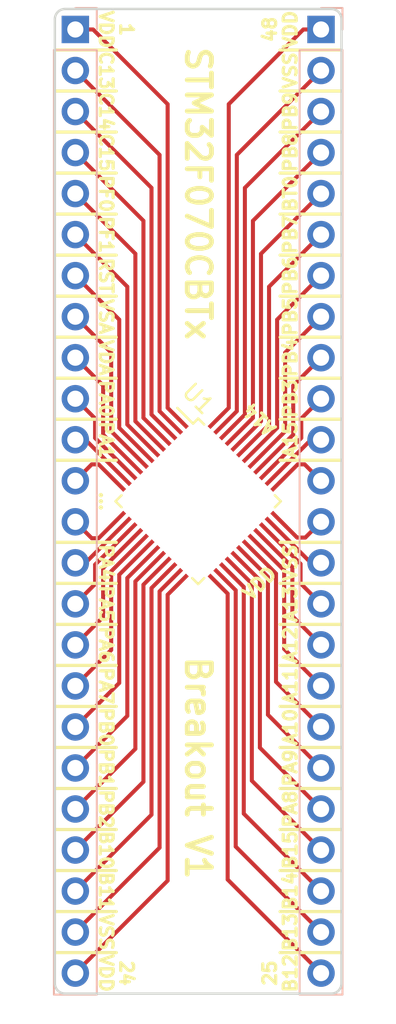
<source format=kicad_pcb>
(kicad_pcb (version 20221018) (generator pcbnew)
  (title_block (title "STM32F070CBTx Breakout") (date "2018-09-15") (rev "1") (company "Alex M."))
  (layers (0 "F.Cu" signal) (31 "B.Cu" signal) (34 "B.Paste" user) (35 "F.Paste" user) (36 "B.SilkS" user "B.Silkscreen") (37 "F.SilkS" user "F.Silkscreen") (38 "B.Mask" user) (39 "F.Mask" user) (44 "Edge.Cuts" user))
  (net 0 "")
  (net 1 "1")
  (net 2 "2")
  (net 3 "3")
  (net 4 "4")
  (net 5 "5")
  (net 6 "6")
  (net 7 "7")
  (net 8 "8")
  (net 9 "9")
  (net 10 "10")
  (net 11 "11")
  (net 12 "12")
  (net 13 "13")
  (net 14 "14")
  (net 15 "15")
  (net 16 "16")
  (net 17 "17")
  (net 18 "18")
  (net 19 "19")
  (net 20 "20")
  (net 21 "21")
  (net 22 "22")
  (net 23 "23")
  (net 24 "24")
  (net 25 "25")
  (net 26 "26")
  (net 27 "27")
  (net 28 "28")
  (net 29 "29")
  (net 30 "30")
  (net 31 "31")
  (net 32 "32")
  (net 33 "33")
  (net 34 "34")
  (net 35 "35")
  (net 36 "36")
  (net 37 "37")
  (net 38 "38")
  (net 39 "39")
  (net 40 "40")
  (net 41 "41")
  (net 42 "42")
  (net 43 "43")
  (net 44 "44")
  (net 45 "45")
  (net 46 "46")
  (net 47 "47")
  (net 48 "48")
  (footprint "Housings_QFP:LQFP-48_7x7mm_Pitch0.5mm" (layer "F.Cu") (at 137.16 102.87 -45)
    (fp_text reference "U1" (at -4.490128 -4.490128 315) (layer "F.SilkS"))
    (fp_text value "STM32F070CBTx")
    (fp_line (start -3.625 -3.625) (end -3.625 -3.175) (stroke (width 0.15)) (layer "F.SilkS"))
    (fp_line (start -3.625 -3.625) (end -3.1 -3.625) (stroke (width 0.15)) (layer "F.SilkS"))
    (fp_line (start -3.625 -3.175) (end -5 -3.175) (stroke (width 0.15)) (layer "F.SilkS"))
    (fp_line (start -3.625 3.625) (end -3.625 3.1) (stroke (width 0.15)) (layer "F.SilkS"))
    (fp_line (start -3.625 3.625) (end -3.1 3.625) (stroke (width 0.15)) (layer "F.SilkS"))
    (fp_line (start 3.625 -3.625) (end 3.1 -3.625) (stroke (width 0.15)) (layer "F.SilkS"))
    (fp_line (start 3.625 -3.625) (end 3.625 -3.1) (stroke (width 0.15)) (layer "F.SilkS"))
    (fp_line (start 3.625 3.625) (end 3.1 3.625) (stroke (width 0.15)) (layer "F.SilkS"))
    (fp_line (start 3.625 3.625) (end 3.625 3.1) (stroke (width 0.15)) (layer "F.SilkS"))
    (pad "1" smd rect (at -4.35 -2.75 315) (size 1.3 0.25) (layers "F.Cu" "F.Paste" "F.Mask") (net 1 "1"))
    (pad "2" smd rect (at -4.35 -2.25 315) (size 1.3 0.25) (layers "F.Cu" "F.Paste" "F.Mask") (net 2 "2"))
    (pad "3" smd rect (at -4.35 -1.749999 315) (size 1.3 0.25) (layers "F.Cu" "F.Paste" "F.Mask") (net 3 "3"))
    (pad "4" smd rect (at -4.35 -1.25 315) (size 1.3 0.25) (layers "F.Cu" "F.Paste" "F.Mask") (net 4 "4"))
    (pad "5" smd rect (at -4.35 -0.750001 315) (size 1.3 0.25) (layers "F.Cu" "F.Paste" "F.Mask") (net 5 "5"))
    (pad "6" smd rect (at -4.35 -0.25 315) (size 1.3 0.25) (layers "F.Cu" "F.Paste" "F.Mask") (net 6 "6"))
    (pad "7" smd rect (at -4.35 0.25 315) (size 1.3 0.25) (layers "F.Cu" "F.Paste" "F.Mask") (net 7 "7"))
    (pad "8" smd rect (at -4.35 0.750001 315) (size 1.3 0.25) (layers "F.Cu" "F.Paste" "F.Mask") (net 8 "8"))
    (pad "9" smd rect (at -4.35 1.25 315) (size 1.3 0.25) (layers "F.Cu" "F.Paste" "F.Mask") (net 9 "9"))
    (pad "10" smd rect (at -4.35 1.749999 315) (size 1.3 0.25) (layers "F.Cu" "F.Paste" "F.Mask") (net 10 "10"))
    (pad "11" smd rect (at -4.35 2.25 315) (size 1.3 0.25) (layers "F.Cu" "F.Paste" "F.Mask") (net 11 "11"))
    (pad "12" smd rect (at -4.35 2.75 315) (size 1.3 0.25) (layers "F.Cu" "F.Paste" "F.Mask") (net 12 "12"))
    (pad "13" smd rect (at -2.75 4.35 45) (size 1.3 0.25) (layers "F.Cu" "F.Paste" "F.Mask") (net 13 "13"))
    (pad "14" smd rect (at -2.25 4.35 45) (size 1.3 0.25) (layers "F.Cu" "F.Paste" "F.Mask") (net 14 "14"))
    (pad "15" smd rect (at -1.749999 4.35 45) (size 1.3 0.25) (layers "F.Cu" "F.Paste" "F.Mask") (net 15 "15"))
    (pad "16" smd rect (at -1.25 4.35 45) (size 1.3 0.25) (layers "F.Cu" "F.Paste" "F.Mask") (net 16 "16"))
    (pad "17" smd rect (at -0.750001 4.35 45) (size 1.3 0.25) (layers "F.Cu" "F.Paste" "F.Mask") (net 17 "17"))
    (pad "18" smd rect (at -0.25 4.35 45) (size 1.3 0.25) (layers "F.Cu" "F.Paste" "F.Mask") (net 18 "18"))
    (pad "19" smd rect (at 0.25 4.35 45) (size 1.3 0.25) (layers "F.Cu" "F.Paste" "F.Mask") (net 19 "19"))
    (pad "20" smd rect (at 0.750001 4.35 45) (size 1.3 0.25) (layers "F.Cu" "F.Paste" "F.Mask") (net 20 "20"))
    (pad "21" smd rect (at 1.25 4.35 45) (size 1.3 0.25) (layers "F.Cu" "F.Paste" "F.Mask") (net 21 "21"))
    (pad "22" smd rect (at 1.749999 4.35 45) (size 1.3 0.25) (layers "F.Cu" "F.Paste" "F.Mask") (net 22 "22"))
    (pad "23" smd rect (at 2.25 4.35 45) (size 1.3 0.25) (layers "F.Cu" "F.Paste" "F.Mask") (net 23 "23"))
    (pad "24" smd rect (at 2.75 4.35 45) (size 1.3 0.25) (layers "F.Cu" "F.Paste" "F.Mask") (net 24 "24"))
    (pad "25" smd rect (at 4.35 2.75 315) (size 1.3 0.25) (layers "F.Cu" "F.Paste" "F.Mask") (net 25 "25"))
    (pad "26" smd rect (at 4.35 2.25 315) (size 1.3 0.25) (layers "F.Cu" "F.Paste" "F.Mask") (net 26 "26"))
    (pad "27" smd rect (at 4.35 1.749999 315) (size 1.3 0.25) (layers "F.Cu" "F.Paste" "F.Mask") (net 27 "27"))
    (pad "28" smd rect (at 4.35 1.25 315) (size 1.3 0.25) (layers "F.Cu" "F.Paste" "F.Mask") (net 28 "28"))
    (pad "29" smd rect (at 4.35 0.750001 315) (size 1.3 0.25) (layers "F.Cu" "F.Paste" "F.Mask") (net 29 "29"))
    (pad "30" smd rect (at 4.35 0.25 315) (size 1.3 0.25) (layers "F.Cu" "F.Paste" "F.Mask") (net 30 "30"))
    (pad "31" smd rect (at 4.35 -0.25 315) (size 1.3 0.25) (layers "F.Cu" "F.Paste" "F.Mask") (net 31 "31"))
    (pad "32" smd rect (at 4.35 -0.750001 315) (size 1.3 0.25) (layers "F.Cu" "F.Paste" "F.Mask") (net 32 "32"))
    (pad "33" smd rect (at 4.35 -1.25 315) (size 1.3 0.25) (layers "F.Cu" "F.Paste" "F.Mask") (net 33 "33"))
    (pad "34" smd rect (at 4.35 -1.749999 315) (size 1.3 0.25) (layers "F.Cu" "F.Paste" "F.Mask") (net 34 "34"))
    (pad "35" smd rect (at 4.35 -2.25 315) (size 1.3 0.25) (layers "F.Cu" "F.Paste" "F.Mask") (net 35 "35"))
    (pad "36" smd rect (at 4.35 -2.75 315) (size 1.3 0.25) (layers "F.Cu" "F.Paste" "F.Mask") (net 36 "36"))
    (pad "37" smd rect (at 2.75 -4.35 45) (size 1.3 0.25) (layers "F.Cu" "F.Paste" "F.Mask") (net 37 "37"))
    (pad "38" smd rect (at 2.25 -4.35 45) (size 1.3 0.25) (layers "F.Cu" "F.Paste" "F.Mask") (net 38 "38"))
    (pad "39" smd rect (at 1.749999 -4.35 45) (size 1.3 0.25) (layers "F.Cu" "F.Paste" "F.Mask") (net 39 "39"))
    (pad "40" smd rect (at 1.25 -4.35 45) (size 1.3 0.25) (layers "F.Cu" "F.Paste" "F.Mask") (net 40 "40"))
    (pad "41" smd rect (at 0.750001 -4.35 45) (size 1.3 0.25) (layers "F.Cu" "F.Paste" "F.Mask") (net 41 "41"))
    (pad "42" smd rect (at 0.25 -4.35 45) (size 1.3 0.25) (layers "F.Cu" "F.Paste" "F.Mask") (net 42 "42"))
    (pad "43" smd rect (at -0.25 -4.35 45) (size 1.3 0.25) (layers "F.Cu" "F.Paste" "F.Mask") (net 43 "43"))
    (pad "44" smd rect (at -0.750001 -4.35 45) (size 1.3 0.25) (layers "F.Cu" "F.Paste" "F.Mask") (net 44 "44"))
    (pad "45" smd rect (at -1.25 -4.35 45) (size 1.3 0.25) (layers "F.Cu" "F.Paste" "F.Mask") (net 45 "45"))
    (pad "46" smd rect (at -1.749999 -4.35 45) (size 1.3 0.25) (layers "F.Cu" "F.Paste" "F.Mask") (net 46 "46"))
    (pad "47" smd rect (at -2.25 -4.35 45) (size 1.3 0.25) (layers "F.Cu" "F.Paste" "F.Mask") (net 47 "47"))
    (pad "48" smd rect (at -2.75 -4.35 45) (size 1.3 0.25) (layers "F.Cu" "F.Paste" "F.Mask") (net 48 "48"))
  )
  (footprint "Pin_Headers:Pin_Header_Straight_1x24_Pitch2.54mm" (layer "B.Cu") (at 129.54 73.66 180)
    (fp_text reference "X1" hide)
    (fp_text value "Conn_01x24")
    (fp_line (start -1.33 -59.75) (end 1.33 -59.75) (stroke (width 0.12)) (layer "B.SilkS"))
    (fp_line (start -1.33 -1.27) (end -1.33 -59.75) (stroke (width 0.12)) (layer "B.SilkS"))
    (fp_line (start -1.33 -1.27) (end 1.33 -1.27) (stroke (width 0.12)) (layer "B.SilkS"))
    (fp_line (start -1.33 0) (end -1.33 1.33) (stroke (width 0.12)) (layer "B.SilkS"))
    (fp_line (start -1.33 1.33) (end 0 1.33) (stroke (width 0.12)) (layer "B.SilkS"))
    (fp_line (start 1.33 -1.27) (end 1.33 -59.75) (stroke (width 0.12)) (layer "B.SilkS"))
    (pad "1" thru_hole rect (at 0 0 180) (size 1.7 1.7) (drill 1) (layers "*.Cu" "*.Mask") (net 1 "1"))
    (pad "2" thru_hole oval (at 0 -2.54 180) (size 1.7 1.7) (drill 1) (layers "*.Cu" "*.Mask") (net 2 "2"))
    (pad "3" thru_hole oval (at 0 -5.08 180) (size 1.7 1.7) (drill 1) (layers "*.Cu" "*.Mask") (net 3 "3"))
    (pad "4" thru_hole oval (at 0 -7.62 180) (size 1.7 1.7) (drill 1) (layers "*.Cu" "*.Mask") (net 4 "4"))
    (pad "5" thru_hole oval (at 0 -10.16 180) (size 1.7 1.7) (drill 1) (layers "*.Cu" "*.Mask") (net 5 "5"))
    (pad "6" thru_hole oval (at 0 -12.7 180) (size 1.7 1.7) (drill 1) (layers "*.Cu" "*.Mask") (net 6 "6"))
    (pad "7" thru_hole oval (at 0 -15.24 180) (size 1.7 1.7) (drill 1) (layers "*.Cu" "*.Mask") (net 7 "7"))
    (pad "8" thru_hole oval (at 0 -17.78 180) (size 1.7 1.7) (drill 1) (layers "*.Cu" "*.Mask") (net 8 "8"))
    (pad "9" thru_hole oval (at 0 -20.32 180) (size 1.7 1.7) (drill 1) (layers "*.Cu" "*.Mask") (net 9 "9"))
    (pad "10" thru_hole oval (at 0 -22.86 180) (size 1.7 1.7) (drill 1) (layers "*.Cu" "*.Mask") (net 10 "10"))
    (pad "11" thru_hole oval (at 0 -25.4 180) (size 1.7 1.7) (drill 1) (layers "*.Cu" "*.Mask") (net 11 "11"))
    (pad "12" thru_hole oval (at 0 -27.94 180) (size 1.7 1.7) (drill 1) (layers "*.Cu" "*.Mask") (net 12 "12"))
    (pad "13" thru_hole oval (at 0 -30.48 180) (size 1.7 1.7) (drill 1) (layers "*.Cu" "*.Mask") (net 13 "13"))
    (pad "14" thru_hole oval (at 0 -33.02 180) (size 1.7 1.7) (drill 1) (layers "*.Cu" "*.Mask") (net 14 "14"))
    (pad "15" thru_hole oval (at 0 -35.56 180) (size 1.7 1.7) (drill 1) (layers "*.Cu" "*.Mask") (net 15 "15"))
    (pad "16" thru_hole oval (at 0 -38.1 180) (size 1.7 1.7) (drill 1) (layers "*.Cu" "*.Mask") (net 16 "16"))
    (pad "17" thru_hole oval (at 0 -40.64 180) (size 1.7 1.7) (drill 1) (layers "*.Cu" "*.Mask") (net 17 "17"))
    (pad "18" thru_hole oval (at 0 -43.18 180) (size 1.7 1.7) (drill 1) (layers "*.Cu" "*.Mask") (net 18 "18"))
    (pad "19" thru_hole oval (at 0 -45.72 180) (size 1.7 1.7) (drill 1) (layers "*.Cu" "*.Mask") (net 19 "19"))
    (pad "20" thru_hole oval (at 0 -48.26 180) (size 1.7 1.7) (drill 1) (layers "*.Cu" "*.Mask") (net 20 "20"))
    (pad "21" thru_hole oval (at 0 -50.8 180) (size 1.7 1.7) (drill 1) (layers "*.Cu" "*.Mask") (net 21 "21"))
    (pad "22" thru_hole oval (at 0 -53.34 180) (size 1.7 1.7) (drill 1) (layers "*.Cu" "*.Mask") (net 22 "22"))
    (pad "23" thru_hole oval (at 0 -55.88 180) (size 1.7 1.7) (drill 1) (layers "*.Cu" "*.Mask") (net 23 "23"))
    (pad "24" thru_hole oval (at 0 -58.42 180) (size 1.7 1.7) (drill 1) (layers "*.Cu" "*.Mask") (net 24 "24"))
  )
  (footprint "Pin_Headers:Pin_Header_Straight_1x24_Pitch2.54mm" (layer "B.Cu") (at 144.78 73.66 180)
    (fp_text reference "X2" hide)
    (fp_text value "Conn_01x24")
    (fp_line (start -1.33 -59.75) (end 1.33 -59.75) (stroke (width 0.12)) (layer "B.SilkS"))
    (fp_line (start -1.33 -1.27) (end -1.33 -59.75) (stroke (width 0.12)) (layer "B.SilkS"))
    (fp_line (start -1.33 -1.27) (end 1.33 -1.27) (stroke (width 0.12)) (layer "B.SilkS"))
    (fp_line (start -1.33 0) (end -1.33 1.33) (stroke (width 0.12)) (layer "B.SilkS"))
    (fp_line (start -1.33 1.33) (end 0 1.33) (stroke (width 0.12)) (layer "B.SilkS"))
    (fp_line (start 1.33 -1.27) (end 1.33 -59.75) (stroke (width 0.12)) (layer "B.SilkS"))
    (pad "1" thru_hole rect (at 0 0 180) (size 1.7 1.7) (drill 1) (layers "*.Cu" "*.Mask") (net 48 "48"))
    (pad "2" thru_hole oval (at 0 -2.54 180) (size 1.7 1.7) (drill 1) (layers "*.Cu" "*.Mask") (net 47 "47"))
    (pad "3" thru_hole oval (at 0 -5.08 180) (size 1.7 1.7) (drill 1) (layers "*.Cu" "*.Mask") (net 46 "46"))
    (pad "4" thru_hole oval (at 0 -7.62 180) (size 1.7 1.7) (drill 1) (layers "*.Cu" "*.Mask") (net 45 "45"))
    (pad "5" thru_hole oval (at 0 -10.16 180) (size 1.7 1.7) (drill 1) (layers "*.Cu" "*.Mask") (net 44 "44"))
    (pad "6" thru_hole oval (at 0 -12.7 180) (size 1.7 1.7) (drill 1) (layers "*.Cu" "*.Mask") (net 43 "43"))
    (pad "7" thru_hole oval (at 0 -15.24 180) (size 1.7 1.7) (drill 1) (layers "*.Cu" "*.Mask") (net 42 "42"))
    (pad "8" thru_hole oval (at 0 -17.78 180) (size 1.7 1.7) (drill 1) (layers "*.Cu" "*.Mask") (net 41 "41"))
    (pad "9" thru_hole oval (at 0 -20.32 180) (size 1.7 1.7) (drill 1) (layers "*.Cu" "*.Mask") (net 40 "40"))
    (pad "10" thru_hole oval (at 0 -22.86 180) (size 1.7 1.7) (drill 1) (layers "*.Cu" "*.Mask") (net 39 "39"))
    (pad "11" thru_hole oval (at 0 -25.4 180) (size 1.7 1.7) (drill 1) (layers "*.Cu" "*.Mask") (net 38 "38"))
    (pad "12" thru_hole oval (at 0 -27.94 180) (size 1.7 1.7) (drill 1) (layers "*.Cu" "*.Mask") (net 37 "37"))
    (pad "13" thru_hole oval (at 0 -30.48 180) (size 1.7 1.7) (drill 1) (layers "*.Cu" "*.Mask") (net 36 "36"))
    (pad "14" thru_hole oval (at 0 -33.02 180) (size 1.7 1.7) (drill 1) (layers "*.Cu" "*.Mask") (net 35 "35"))
    (pad "15" thru_hole oval (at 0 -35.56 180) (size 1.7 1.7) (drill 1) (layers "*.Cu" "*.Mask") (net 34 "34"))
    (pad "16" thru_hole oval (at 0 -38.1 180) (size 1.7 1.7) (drill 1) (layers "*.Cu" "*.Mask") (net 33 "33"))
    (pad "17" thru_hole oval (at 0 -40.64 180) (size 1.7 1.7) (drill 1) (layers "*.Cu" "*.Mask") (net 32 "32"))
    (pad "18" thru_hole oval (at 0 -43.18 180) (size 1.7 1.7) (drill 1) (layers "*.Cu" "*.Mask") (net 31 "31"))
    (pad "19" thru_hole oval (at 0 -45.72 180) (size 1.7 1.7) (drill 1) (layers "*.Cu" "*.Mask") (net 30 "30"))
    (pad "20" thru_hole oval (at 0 -48.26 180) (size 1.7 1.7) (drill 1) (layers "*.Cu" "*.Mask") (net 29 "29"))
    (pad "21" thru_hole oval (at 0 -50.8 180) (size 1.7 1.7) (drill 1) (layers "*.Cu" "*.Mask") (net 28 "28"))
    (pad "22" thru_hole oval (at 0 -53.34 180) (size 1.7 1.7) (drill 1) (layers "*.Cu" "*.Mask") (net 27 "27"))
    (pad "23" thru_hole oval (at 0 -55.88 180) (size 1.7 1.7) (drill 1) (layers "*.Cu" "*.Mask") (net 26 "26"))
    (pad "24" thru_hole oval (at 0 -58.42 180) (size 1.7 1.7) (drill 1) (layers "*.Cu" "*.Mask") (net 25 "25"))
  )
  (gr_line (start 128.27 107.95) (end 132.08 107.95) (stroke (width 0.2)) (layer "F.SilkS"))
  (gr_line (start 128.27 110.49) (end 132.08 110.49) (stroke (width 0.2)) (layer "F.SilkS"))
  (gr_line (start 128.27 113.03) (end 132.08 113.03) (stroke (width 0.2)) (layer "F.SilkS"))
  (gr_line (start 128.27 115.57) (end 132.08 115.57) (stroke (width 0.2)) (layer "F.SilkS"))
  (gr_line (start 128.27 118.11) (end 132.08 118.11) (stroke (width 0.2)) (layer "F.SilkS"))
  (gr_line (start 128.27 120.65) (end 132.08 120.65) (stroke (width 0.2)) (layer "F.SilkS"))
  (gr_line (start 128.27 123.19) (end 132.08 123.19) (stroke (width 0.2)) (layer "F.SilkS"))
  (gr_line (start 128.27 125.73) (end 132.08 125.73) (stroke (width 0.2)) (layer "F.SilkS"))
  (gr_line (start 128.27 128.27) (end 132.08 128.27) (stroke (width 0.2)) (layer "F.SilkS"))
  (gr_line (start 128.27 130.81) (end 132.08 130.81) (stroke (width 0.2)) (layer "F.SilkS"))
  (gr_line (start 142.24 130.81) (end 146.05 130.81) (stroke (width 0.2)) (layer "F.SilkS"))
  (gr_line (start 142.24 128.27) (end 146.05 128.27) (stroke (width 0.2)) (layer "F.SilkS"))
  (gr_line (start 142.24 125.73) (end 146.05 125.73) (stroke (width 0.2)) (layer "F.SilkS"))
  (gr_line (start 142.24 123.19) (end 146.05 123.19) (stroke (width 0.2)) (layer "F.SilkS"))
  (gr_line (start 142.24 120.65) (end 146.05 120.65) (stroke (width 0.2)) (layer "F.SilkS"))
  (gr_line (start 142.24 118.11) (end 146.05 118.11) (stroke (width 0.2)) (layer "F.SilkS"))
  (gr_line (start 142.24 115.57) (end 146.05 115.57) (stroke (width 0.2)) (layer "F.SilkS"))
  (gr_line (start 142.24 113.03) (end 146.05 113.03) (stroke (width 0.2)) (layer "F.SilkS"))
  (gr_line (start 142.24 110.49) (end 146.05 110.49) (stroke (width 0.2)) (layer "F.SilkS"))
  (gr_line (start 142.24 107.95) (end 146.05 107.95) (stroke (width 0.2)) (layer "F.SilkS"))
  (gr_line (start 142.24 97.79) (end 146.05 97.79) (stroke (width 0.2)) (layer "F.SilkS"))
  (gr_line (start 142.24 95.25) (end 146.05 95.25) (stroke (width 0.2)) (layer "F.SilkS"))
  (gr_line (start 142.24 92.71) (end 146.05 92.71) (stroke (width 0.2)) (layer "F.SilkS"))
  (gr_line (start 142.24 90.17) (end 146.05 90.17) (stroke (width 0.2)) (layer "F.SilkS"))
  (gr_line (start 142.24 87.63) (end 146.05 87.63) (stroke (width 0.2)) (layer "F.SilkS"))
  (gr_line (start 142.24 85.09) (end 146.05 85.09) (stroke (width 0.2)) (layer "F.SilkS"))
  (gr_line (start 142.24 82.55) (end 146.05 82.55) (stroke (width 0.2)) (layer "F.SilkS"))
  (gr_line (start 142.24 80.01) (end 146.05 80.01) (stroke (width 0.2)) (layer "F.SilkS"))
  (gr_line (start 142.24 77.47) (end 146.05 77.47) (stroke (width 0.2)) (layer "F.SilkS"))
  (gr_line (start 142.24 74.93) (end 146.05 74.93) (stroke (width 0.2)) (layer "F.SilkS"))
  (gr_line (start 128.27 100.33) (end 132.08 100.33) (stroke (width 0.2)) (layer "F.SilkS"))
  (gr_line (start 128.27 105.41) (end 132.08 105.41) (stroke (width 0.2)) (layer "F.SilkS"))
  (gr_line (start 142.24 105.41) (end 146.05 105.41) (stroke (width 0.2)) (layer "F.SilkS"))
  (gr_line (start 142.24 100.33) (end 146.05 100.33) (stroke (width 0.2)) (layer "F.SilkS"))
  (gr_line (start 128.27 87.63) (end 132.08 87.63) (stroke (width 0.2)) (layer "F.SilkS"))
  (gr_line (start 128.27 80.01) (end 132.08 80.01) (stroke (width 0.2)) (layer "F.SilkS"))
  (gr_line (start 128.27 82.55) (end 132.08 82.55) (stroke (width 0.2)) (layer "F.SilkS"))
  (gr_line (start 128.27 85.09) (end 132.08 85.09) (stroke (width 0.2)) (layer "F.SilkS"))
  (gr_line (start 128.27 90.17) (end 132.08 90.17) (stroke (width 0.2)) (layer "F.SilkS"))
  (gr_line (start 128.27 92.71) (end 132.08 92.71) (stroke (width 0.2)) (layer "F.SilkS"))
  (gr_line (start 128.27 74.93) (end 132.08 74.93) (stroke (width 0.2)) (layer "F.SilkS"))
  (gr_line (start 128.27 77.47) (end 132.08 77.47) (stroke (width 0.2)) (layer "F.SilkS"))
  (gr_line (start 128.27 97.79) (end 132.08 97.79) (stroke (width 0.2)) (layer "F.SilkS"))
  (gr_line (start 128.27 95.25) (end 132.08 95.25) (stroke (width 0.2)) (layer "F.SilkS"))
  (gr_line (start 145.415 72.39) (end 128.905 72.39) (stroke (width 0.15)) (layer "Edge.Cuts"))
  (gr_line (start 146.05 132.715) (end 146.05 73.025) (stroke (width 0.15)) (layer "Edge.Cuts"))
  (gr_line (start 128.27 73.025) (end 128.27 132.715) (stroke (width 0.15)) (layer "Edge.Cuts"))
  (gr_arc (start 146.05 132.715) (mid 145.864013 133.164013) (end 145.415 133.35) (stroke (width 0.15)) (layer "Edge.Cuts"))
  (gr_arc (start 128.27 73.025) (mid 128.455987 72.575987) (end 128.905 72.39) (stroke (width 0.15)) (layer "Edge.Cuts"))
  (gr_line (start 128.905 133.35) (end 145.415 133.35) (stroke (width 0.15)) (layer "Edge.Cuts"))
  (gr_arc (start 145.415 72.39) (mid 145.864013 72.575987) (end 146.05 73.025) (stroke (width 0.15)) (layer "Edge.Cuts"))
  (gr_arc (start 128.905 133.35) (mid 128.455987 133.164013) (end 128.27 132.715) (stroke (width 0.15)) (layer "Edge.Cuts"))
  (gr_text "C13" (at 131.445 76.2 270) (layer "F.SilkS") (effects (font (size 0.8 0.8) (thickness 0.2))))
  (gr_text "C14" (at 131.445 78.74 270) (layer "F.SilkS") (effects (font (size 0.8 0.8) (thickness 0.2))))
  (gr_text "C15" (at 131.445 81.28 270) (layer "F.SilkS") (effects (font (size 0.8 0.8) (thickness 0.2))))
  (gr_text "PF0" (at 131.445 83.82 270) (layer "F.SilkS") (effects (font (size 0.8 0.8) (thickness 0.2))))
  (gr_text "PF1" (at 131.445 86.36 270) (layer "F.SilkS") (effects (font (size 0.8 0.8) (thickness 0.2))))
  (gr_text "RST" (at 131.445 88.9 270) (layer "F.SilkS") (effects (font (size 0.8 0.8) (thickness 0.2))))
  (gr_text "VSA" (at 131.445 91.44 270) (layer "F.SilkS") (effects (font (size 0.8 0.8) (thickness 0.2))))
  (gr_text "VDA" (at 131.445 93.98 270) (layer "F.SilkS") (effects (font (size 0.8 0.8) (thickness 0.2))))
  (gr_text "PA0" (at 131.445 96.52 270) (layer "F.SilkS") (effects (font (size 0.8 0.8) (thickness 0.2))))
  (gr_text "PA5" (at 131.445 109.22 270) (layer "F.SilkS") (effects (font (size 0.8 0.8) (thickness 0.2))))
  (gr_text "PA6" (at 131.445 111.76 270) (layer "F.SilkS") (effects (font (size 0.8 0.8) (thickness 0.2))))
  (gr_text "PA7" (at 131.445 114.3 270) (layer "F.SilkS") (effects (font (size 0.8 0.8) (thickness 0.2))))
  (gr_text "PB0" (at 131.445 116.84 270) (layer "F.SilkS") (effects (font (size 0.8 0.8) (thickness 0.2))))
  (gr_text "PB1" (at 131.445 119.38 270) (layer "F.SilkS") (effects (font (size 0.8 0.8) (thickness 0.2))))
  (gr_text "PB2" (at 131.445 121.92 270) (layer "F.SilkS") (effects (font (size 0.8 0.8) (thickness 0.2))))
  (gr_text "B10" (at 131.445 124.46 270) (layer "F.SilkS") (effects (font (size 0.8 0.8) (thickness 0.2))))
  (gr_text "B11" (at 131.445 127 270) (layer "F.SilkS") (effects (font (size 0.8 0.8) (thickness 0.2))))
  (gr_text "VSS" (at 131.445 129.54 270) (layer "F.SilkS") (effects (font (size 0.8 0.8) (thickness 0.2))))
  (gr_text "VDD" (at 131.445 132.08 270) (layer "F.SilkS") (effects (font (size 0.8 0.8) (thickness 0.2))))
  (gr_text "PA4" (at 131.445 106.68 270) (layer "F.SilkS") (effects (font (size 0.8 0.8) (thickness 0.2))))
  (gr_text "PA1" (at 131.445 99.06 270) (layer "F.SilkS") (effects (font (size 0.8 0.8) (thickness 0.2))))
  (gr_text "..." (at 131.445 102.87 270) (layer "F.SilkS") (effects (font (size 0.8 0.8) (thickness 0.2))))
  (gr_text "B12" (at 142.875 132.08 90) (layer "F.SilkS") (effects (font (size 0.8 0.8) (thickness 0.2))))
  (gr_text "B13" (at 142.875 129.54 90) (layer "F.SilkS") (effects (font (size 0.8 0.8) (thickness 0.2))))
  (gr_text "B14" (at 142.875 127 90) (layer "F.SilkS") (effects (font (size 0.8 0.8) (thickness 0.2))))
  (gr_text "B15" (at 142.875 124.46 90) (layer "F.SilkS") (effects (font (size 0.8 0.8) (thickness 0.2))))
  (gr_text "PA8" (at 142.875 121.92 90) (layer "F.SilkS") (effects (font (size 0.8 0.8) (thickness 0.2))))
  (gr_text "1" (at 132.715 73.66 270) (layer "F.SilkS") (effects (font (size 0.8 0.8) (thickness 0.2))))
  (gr_text "24" (at 132.715 132.08 270) (layer "F.SilkS") (effects (font (size 0.8 0.8) (thickness 0.2))))
  (gr_text "25" (at 141.605 132.08 90) (layer "F.SilkS") (effects (font (size 0.8 0.8) (thickness 0.2))))
  (gr_text "48" (at 141.605 73.66 90) (layer "F.SilkS") (effects (font (size 0.8 0.8) (thickness 0.2))))
  (gr_text "PA9" (at 142.875 119.38 90) (layer "F.SilkS") (effects (font (size 0.8 0.8) (thickness 0.2))))
  (gr_text "A10" (at 142.875 116.84 90) (layer "F.SilkS") (effects (font (size 0.8 0.8) (thickness 0.2))))
  (gr_text "A11" (at 142.875 114.3 90) (layer "F.SilkS") (effects (font (size 0.8 0.8) (thickness 0.2))))
  (gr_text "A12" (at 142.875 111.76 90) (layer "F.SilkS") (effects (font (size 0.8 0.8) (thickness 0.2))))
  (gr_text "A13" (at 142.875 109.22 90) (layer "F.SilkS") (effects (font (size 0.8 0.8) (thickness 0.2))))
  (gr_text "VSS" (at 142.875 106.68 90) (layer "F.SilkS") (effects (font (size 0.8 0.8) (thickness 0.2))))
  (gr_text "PB3" (at 142.875 96.52 90) (layer "F.SilkS") (effects (font (size 0.8 0.8) (thickness 0.2))))
  (gr_text "A15" (at 142.875 99.06 90) (layer "F.SilkS") (effects (font (size 0.8 0.8) (thickness 0.2))))
  (gr_text "VDD" (at 140.97 107.95 45) (layer "F.SilkS") (effects (font (size 0.8 0.8) (thickness 0.2))))
  (gr_text "A14" (at 140.97 97.79 135) (layer "F.SilkS") (effects (font (size 0.8 0.8) (thickness 0.2))))
  (gr_text "PB4" (at 142.875 93.98 90) (layer "F.SilkS") (effects (font (size 0.8 0.8) (thickness 0.2))))
  (gr_text "PB5" (at 142.875 91.44 90) (layer "F.SilkS") (effects (font (size 0.8 0.8) (thickness 0.2))))
  (gr_text "PB6" (at 142.875 88.9 90) (layer "F.SilkS") (effects (font (size 0.8 0.8) (thickness 0.2))))
  (gr_text "PB7" (at 142.875 86.36 90) (layer "F.SilkS") (effects (font (size 0.8 0.8) (thickness 0.2))))
  (gr_text "BT0" (at 142.875 83.82 90) (layer "F.SilkS") (effects (font (size 0.8 0.8) (thickness 0.2))))
  (gr_text "PB8" (at 142.875 81.28 90) (layer "F.SilkS") (effects (font (size 0.8 0.8) (thickness 0.2))))
  (gr_text "PB9" (at 142.875 78.74 90) (layer "F.SilkS") (effects (font (size 0.8 0.8) (thickness 0.2))))
  (gr_text "VSS" (at 142.875 76.2 90) (layer "F.SilkS") (effects (font (size 0.8 0.8) (thickness 0.2))))
  (gr_text "VDD" (at 142.875 73.66 90) (layer "F.SilkS") (effects (font (size 0.8 0.8) (thickness 0.2))))
  (gr_text "STM32F070CBTx" (at 137.16 83.82 270) (layer "F.SilkS") (effects (font (size 1.5 1.5) (thickness 0.3))))
  (gr_text "Breakout V1" (at 137.16 119.38 270) (layer "F.SilkS") (effects (font (size 1.5 1.5) (thickness 0.3))))
  (gr_text "VDD" (at 131.445 73.66 270) (layer "F.SilkS") (effects (font (size 0.8 0.8) (thickness 0.2))))
  (segment (start 135.264091 78.284091) (end 130.64 73.66) (width 0.25) (layer "F.Cu") (net 1))
  (segment (start 135.264091 97.085004) (end 135.264091 78.284091) (width 0.25) (layer "F.Cu") (net 1))
  (segment (start 136.028629 97.849542) (end 135.264091 97.085004) (width 0.25) (layer "F.Cu") (net 1))
  (segment (start 130.64 73.66) (end 129.54 73.66) (width 0.25) (layer "F.Cu") (net 1))
  (segment (start 135.675076 98.203095) (end 134.764181 97.2922) (width 0.25) (layer "F.Cu") (net 2))
  (segment (start 134.764181 81.424181) (end 130.389999 77.049999) (width 0.25) (layer "F.Cu") (net 2))
  (segment (start 134.764181 97.2922) (end 134.764181 81.424181) (width 0.25) (layer "F.Cu") (net 2))
  (segment (start 130.389999 77.049999) (end 129.54 76.2) (width 0.25) (layer "F.Cu") (net 2))
  (segment (start 134.264271 83.464271) (end 130.389999 79.589999) (width 0.25) (layer "F.Cu") (net 3))
  (segment (start 135.321522 98.556649) (end 134.264271 97.499398) (width 0.25) (layer "F.Cu") (net 3))
  (segment (start 134.264271 97.499398) (end 134.264271 83.464271) (width 0.25) (layer "F.Cu") (net 3))
  (segment (start 130.389999 79.589999) (end 129.54 78.74) (width 0.25) (layer "F.Cu") (net 3))
  (segment (start 130.389999 82.129999) (end 129.54 81.28) (width 0.25) (layer "F.Cu") (net 4))
  (segment (start 133.764361 97.706594) (end 133.764361 85.504361) (width 0.25) (layer "F.Cu") (net 4))
  (segment (start 134.967969 98.910202) (end 133.764361 97.706594) (width 0.25) (layer "F.Cu") (net 4))
  (segment (start 133.764361 85.504361) (end 130.389999 82.129999) (width 0.25) (layer "F.Cu") (net 4))
  (segment (start 134.614416 99.263755) (end 133.264451 97.91379) (width 0.25) (layer "F.Cu") (net 5))
  (segment (start 130.389999 84.669999) (end 129.54 83.82) (width 0.25) (layer "F.Cu") (net 5))
  (segment (start 133.264451 97.91379) (end 133.264451 87.544451) (width 0.25) (layer "F.Cu") (net 5))
  (segment (start 133.264451 87.544451) (end 130.389999 84.669999) (width 0.25) (layer "F.Cu") (net 5))
  (segment (start 132.764541 89.584541) (end 130.389999 87.209999) (width 0.25) (layer "F.Cu") (net 6))
  (segment (start 130.389999 87.209999) (end 129.54 86.36) (width 0.25) (layer "F.Cu") (net 6))
  (segment (start 132.764541 98.120988) (end 132.764541 89.584541) (width 0.25) (layer "F.Cu") (net 6))
  (segment (start 134.260862 99.617309) (end 132.764541 98.120988) (width 0.25) (layer "F.Cu") (net 6))
  (segment (start 130.389999 89.749999) (end 129.54 88.9) (width 0.25) (layer "F.Cu") (net 7))
  (segment (start 132.264631 91.624631) (end 130.389999 89.749999) (width 0.25) (layer "F.Cu") (net 7))
  (segment (start 133.907309 99.970862) (end 132.264631 98.328184) (width 0.25) (layer "F.Cu") (net 7))
  (segment (start 132.264631 98.328184) (end 132.264631 91.624631) (width 0.25) (layer "F.Cu") (net 7))
  (segment (start 131.764721 98.535382) (end 131.764721 93.664721) (width 0.25) (layer "F.Cu") (net 8))
  (segment (start 130.389999 92.289999) (end 129.54 91.44) (width 0.25) (layer "F.Cu") (net 8))
  (segment (start 131.764721 93.664721) (end 130.389999 92.289999) (width 0.25) (layer "F.Cu") (net 8))
  (segment (start 133.553755 100.324416) (end 131.764721 98.535382) (width 0.25) (layer "F.Cu") (net 8))
  (segment (start 131.264811 98.742578) (end 131.264811 95.704811) (width 0.25) (layer "F.Cu") (net 9))
  (segment (start 131.264811 95.704811) (end 130.389999 94.829999) (width 0.25) (layer "F.Cu") (net 9))
  (segment (start 130.389999 94.829999) (end 129.54 93.98) (width 0.25) (layer "F.Cu") (net 9))
  (segment (start 133.200202 100.677969) (end 131.264811 98.742578) (width 0.25) (layer "F.Cu") (net 9))
  (segment (start 130.764901 98.949774) (end 130.764901 97.744901) (width 0.25) (layer "F.Cu") (net 10))
  (segment (start 130.389999 97.369999) (end 129.54 96.52) (width 0.25) (layer "F.Cu") (net 10))
  (segment (start 132.846649 101.031522) (end 130.764901 98.949774) (width 0.25) (layer "F.Cu") (net 10))
  (segment (start 130.764901 97.744901) (end 130.389999 97.369999) (width 0.25) (layer "F.Cu") (net 10))
  (segment (start 130.168019 99.06) (end 129.54 99.06) (width 0.25) (layer "F.Cu") (net 11))
  (segment (start 132.493095 101.385076) (end 130.168019 99.06) (width 0.25) (layer "F.Cu") (net 11))
  (segment (start 132.139542 101.738629) (end 130.984913 100.584) (width 0.25) (layer "F.Cu") (net 12))
  (segment (start 130.984913 100.584) (end 130.556 100.584) (width 0.25) (layer "F.Cu") (net 12))
  (segment (start 130.556 100.584) (end 129.54 101.6) (width 0.25) (layer "F.Cu") (net 12))
  (segment (start 130.984913 105.156) (end 130.556 105.156) (width 0.25) (layer "F.Cu") (net 13))
  (segment (start 130.556 105.156) (end 129.54 104.14) (width 0.25) (layer "F.Cu") (net 13))
  (segment (start 132.139542 104.001371) (end 130.984913 105.156) (width 0.25) (layer "F.Cu") (net 13))
  (segment (start 132.493095 104.354924) (end 130.168019 106.68) (width 0.25) (layer "F.Cu") (net 14))
  (segment (start 130.168019 106.68) (end 129.54 106.68) (width 0.25) (layer "F.Cu") (net 14))
  (segment (start 130.764901 107.995099) (end 130.389999 108.370001) (width 0.25) (layer "F.Cu") (net 15))
  (segment (start 130.389999 108.370001) (end 129.54 109.22) (width 0.25) (layer "F.Cu") (net 15))
  (segment (start 130.764901 106.790226) (end 130.764901 107.995099) (width 0.25) (layer "F.Cu") (net 15))
  (segment (start 132.846649 104.708478) (end 130.764901 106.790226) (width 0.25) (layer "F.Cu") (net 15))
  (segment (start 130.389999 110.910001) (end 129.54 111.76) (width 0.25) (layer "F.Cu") (net 16))
  (segment (start 131.264811 106.997422) (end 131.264811 110.035189) (width 0.25) (layer "F.Cu") (net 16))
  (segment (start 131.264811 110.035189) (end 130.389999 110.910001) (width 0.25) (layer "F.Cu") (net 16))
  (segment (start 133.200202 105.062031) (end 131.264811 106.997422) (width 0.25) (layer "F.Cu") (net 16))
  (segment (start 133.553755 105.415584) (end 131.764721 107.204618) (width 0.25) (layer "F.Cu") (net 17))
  (segment (start 131.764721 107.204618) (end 131.764721 112.075279) (width 0.25) (layer "F.Cu") (net 17))
  (segment (start 130.389999 113.450001) (end 129.54 114.3) (width 0.25) (layer "F.Cu") (net 17))
  (segment (start 131.764721 112.075279) (end 130.389999 113.450001) (width 0.25) (layer "F.Cu") (net 17))
  (segment (start 130.389999 115.990001) (end 129.54 116.84) (width 0.25) (layer "F.Cu") (net 18))
  (segment (start 132.264631 107.411816) (end 132.264631 114.115369) (width 0.25) (layer "F.Cu") (net 18))
  (segment (start 132.264631 114.115369) (end 130.389999 115.990001) (width 0.25) (layer "F.Cu") (net 18))
  (segment (start 133.907309 105.769138) (end 132.264631 107.411816) (width 0.25) (layer "F.Cu") (net 18))
  (segment (start 132.764541 116.155459) (end 130.389999 118.530001) (width 0.25) (layer "F.Cu") (net 19))
  (segment (start 130.389999 118.530001) (end 129.54 119.38) (width 0.25) (layer "F.Cu") (net 19))
  (segment (start 134.260862 106.122691) (end 132.764541 107.619012) (width 0.25) (layer "F.Cu") (net 19))
  (segment (start 132.764541 107.619012) (end 132.764541 116.155459) (width 0.25) (layer "F.Cu") (net 19))
  (segment (start 134.614416 106.476245) (end 133.264451 107.82621) (width 0.25) (layer "F.Cu") (net 20))
  (segment (start 133.264451 107.82621) (end 133.264451 118.195549) (width 0.25) (layer "F.Cu") (net 20))
  (segment (start 130.389999 121.070001) (end 129.54 121.92) (width 0.25) (layer "F.Cu") (net 20))
  (segment (start 133.264451 118.195549) (end 130.389999 121.070001) (width 0.25) (layer "F.Cu") (net 20))
  (segment (start 133.764361 120.235639) (end 130.389999 123.610001) (width 0.25) (layer "F.Cu") (net 21))
  (segment (start 130.389999 123.610001) (end 129.54 124.46) (width 0.25) (layer "F.Cu") (net 21))
  (segment (start 133.764361 108.033406) (end 133.764361 120.235639) (width 0.25) (layer "F.Cu") (net 21))
  (segment (start 134.967969 106.829798) (end 133.764361 108.033406) (width 0.25) (layer "F.Cu") (net 21))
  (segment (start 134.264271 122.275729) (end 130.389999 126.150001) (width 0.25) (layer "F.Cu") (net 22))
  (segment (start 130.389999 126.150001) (end 129.54 127) (width 0.25) (layer "F.Cu") (net 22))
  (segment (start 135.321522 107.183351) (end 134.264271 108.240602) (width 0.25) (layer "F.Cu") (net 22))
  (segment (start 134.264271 108.240602) (end 134.264271 122.275729) (width 0.25) (layer "F.Cu") (net 22))
  (segment (start 134.764181 124.315819) (end 130.389999 128.690001) (width 0.25) (layer "F.Cu") (net 23))
  (segment (start 134.764181 108.4478) (end 134.764181 124.315819) (width 0.25) (layer "F.Cu") (net 23))
  (segment (start 130.389999 128.690001) (end 129.54 129.54) (width 0.25) (layer "F.Cu") (net 23))
  (segment (start 135.675076 107.536905) (end 134.764181 108.4478) (width 0.25) (layer "F.Cu") (net 23))
  (segment (start 136.028629 107.890458) (end 135.264091 108.654996) (width 0.25) (layer "F.Cu") (net 24))
  (segment (start 135.264091 108.654996) (end 135.264091 126.355909) (width 0.25) (layer "F.Cu") (net 24))
  (segment (start 135.264091 126.355909) (end 130.389999 131.230001) (width 0.25) (layer "F.Cu") (net 24))
  (segment (start 130.389999 131.230001) (end 129.54 132.08) (width 0.25) (layer "F.Cu") (net 24))
  (segment (start 138.98654 126.28654) (end 144.78 132.08) (width 0.25) (layer "F.Cu") (net 25))
  (segment (start 138.98654 108.585627) (end 138.98654 126.28654) (width 0.25) (layer "F.Cu") (net 25))
  (segment (start 138.291371 107.890458) (end 138.98654 108.585627) (width 0.25) (layer "F.Cu") (net 25))
  (segment (start 143.930001 128.690001) (end 144.78 129.54) (width 0.25) (layer "F.Cu") (net 26))
  (segment (start 139.48645 108.378431) (end 139.48645 124.24645) (width 0.25) (layer "F.Cu") (net 26))
  (segment (start 139.48645 124.24645) (end 143.930001 128.690001) (width 0.25) (layer "F.Cu") (net 26))
  (segment (start 138.644924 107.536905) (end 139.48645 108.378431) (width 0.25) (layer "F.Cu") (net 26))
  (segment (start 139.98636 108.171233) (end 139.98636 122.20636) (width 0.25) (layer "F.Cu") (net 27))
  (segment (start 143.930001 126.150001) (end 144.78 127) (width 0.25) (layer "F.Cu") (net 27))
  (segment (start 138.998478 107.183351) (end 139.98636 108.171233) (width 0.25) (layer "F.Cu") (net 27))
  (segment (start 139.98636 122.20636) (end 143.930001 126.150001) (width 0.25) (layer "F.Cu") (net 27))
  (segment (start 140.48627 120.16627) (end 143.930001 123.610001) (width 0.25) (layer "F.Cu") (net 28))
  (segment (start 143.930001 123.610001) (end 144.78 124.46) (width 0.25) (layer "F.Cu") (net 28))
  (segment (start 139.352031 106.829798) (end 140.48627 107.964037) (width 0.25) (layer "F.Cu") (net 28))
  (segment (start 140.48627 107.964037) (end 140.48627 120.16627) (width 0.25) (layer "F.Cu") (net 28))
  (segment (start 140.98618 107.756841) (end 140.98618 118.12618) (width 0.25) (layer "F.Cu") (net 29))
  (segment (start 143.930001 121.070001) (end 144.78 121.92) (width 0.25) (layer "F.Cu") (net 29))
  (segment (start 139.705584 106.476245) (end 140.98618 107.756841) (width 0.25) (layer "F.Cu") (net 29))
  (segment (start 140.98618 118.12618) (end 143.930001 121.070001) (width 0.25) (layer "F.Cu") (net 29))
  (segment (start 141.48609 107.549643) (end 141.48609 116.08609) (width 0.25) (layer "F.Cu") (net 30))
  (segment (start 140.059138 106.122691) (end 141.48609 107.549643) (width 0.25) (layer "F.Cu") (net 30))
  (segment (start 141.48609 116.08609) (end 143.930001 118.530001) (width 0.25) (layer "F.Cu") (net 30))
  (segment (start 143.930001 118.530001) (end 144.78 119.38) (width 0.25) (layer "F.Cu") (net 30))
  (segment (start 141.986 107.342447) (end 141.986 114.046) (width 0.25) (layer "F.Cu") (net 31))
  (segment (start 141.986 114.046) (end 144.78 116.84) (width 0.25) (layer "F.Cu") (net 31))
  (segment (start 140.412691 105.769138) (end 141.986 107.342447) (width 0.25) (layer "F.Cu") (net 31))
  (segment (start 140.766245 105.415584) (end 142.494 107.143339) (width 0.25) (layer "F.Cu") (net 32))
  (segment (start 142.494 112.014) (end 143.930001 113.450001) (width 0.25) (layer "F.Cu") (net 32))
  (segment (start 142.494 107.143339) (end 142.494 112.014) (width 0.25) (layer "F.Cu") (net 32))
  (segment (start 143.930001 113.450001) (end 144.78 114.3) (width 0.25) (layer "F.Cu") (net 32))
  (segment (start 141.119798 105.062031) (end 143.002 106.944233) (width 0.25) (layer "F.Cu") (net 33))
  (segment (start 143.002 109.982) (end 143.930001 110.910001) (width 0.25) (layer "F.Cu") (net 33))
  (segment (start 143.002 106.944233) (end 143.002 109.982) (width 0.25) (layer "F.Cu") (net 33))
  (segment (start 143.930001 110.910001) (end 144.78 111.76) (width 0.25) (layer "F.Cu") (net 33))
  (segment (start 143.51 106.745127) (end 143.51 107.95) (width 0.25) (layer "F.Cu") (net 34))
  (segment (start 141.473351 104.708478) (end 143.51 106.745127) (width 0.25) (layer "F.Cu") (net 34))
  (segment (start 143.51 107.95) (end 143.930001 108.370001) (width 0.25) (layer "F.Cu") (net 34))
  (segment (start 143.930001 108.370001) (end 144.78 109.22) (width 0.25) (layer "F.Cu") (net 34))
  (segment (start 144.151981 106.68) (end 144.78 106.68) (width 0.25) (layer "F.Cu") (net 35))
  (segment (start 141.826905 104.354924) (end 144.151981 106.68) (width 0.25) (layer "F.Cu") (net 35))
  (segment (start 143.803608 105.116392) (end 144.78 104.14) (width 0.25) (layer "F.Cu") (net 36))
  (segment (start 142.180458 104.001371) (end 143.295479 105.116392) (width 0.25) (layer "F.Cu") (net 36))
  (segment (start 143.295479 105.116392) (end 143.803608 105.116392) (width 0.25) (layer "F.Cu") (net 36))
  (segment (start 142.180458 101.738629) (end 143.335087 100.584) (width 0.25) (layer "F.Cu") (net 37))
  (segment (start 143.335087 100.584) (end 143.764 100.584) (width 0.25) (layer "F.Cu") (net 37))
  (segment (start 143.764 100.584) (end 144.78 101.6) (width 0.25) (layer "F.Cu") (net 37))
  (segment (start 141.826905 101.385076) (end 144.151981 99.06) (width 0.25) (layer "F.Cu") (net 38))
  (segment (start 144.151981 99.06) (end 144.78 99.06) (width 0.25) (layer "F.Cu") (net 38))
  (segment (start 141.473351 101.031522) (end 143.555099 98.949774) (width 0.25) (layer "F.Cu") (net 39))
  (segment (start 143.555099 98.949774) (end 143.555099 97.744901) (width 0.25) (layer "F.Cu") (net 39))
  (segment (start 143.930001 97.369999) (end 144.78 96.52) (width 0.25) (layer "F.Cu") (net 39))
  (segment (start 143.555099 97.744901) (end 143.930001 97.369999) (width 0.25) (layer "F.Cu") (net 39))
  (segment (start 141.119798 100.677969) (end 143.055189 98.742578) (width 0.25) (layer "F.Cu") (net 40))
  (segment (start 143.055189 98.742578) (end 143.055189 95.704811) (width 0.25) (layer "F.Cu") (net 40))
  (segment (start 143.930001 94.829999) (end 144.78 93.98) (width 0.25) (layer "F.Cu") (net 40))
  (segment (start 143.055189 95.704811) (end 143.930001 94.829999) (width 0.25) (layer "F.Cu") (net 40))
  (segment (start 142.555279 93.664721) (end 143.930001 92.289999) (width 0.25) (layer "F.Cu") (net 41))
  (segment (start 142.555279 98.535382) (end 142.555279 93.664721) (width 0.25) (layer "F.Cu") (net 41))
  (segment (start 140.766245 100.324416) (end 142.555279 98.535382) (width 0.25) (layer "F.Cu") (net 41))
  (segment (start 143.930001 92.289999) (end 144.78 91.44) (width 0.25) (layer "F.Cu") (net 41))
  (segment (start 142.055369 91.624631) (end 143.930001 89.749999) (width 0.25) (layer "F.Cu") (net 42))
  (segment (start 140.412691 99.970862) (end 142.055369 98.328184) (width 0.25) (layer "F.Cu") (net 42))
  (segment (start 142.055369 98.328184) (end 142.055369 91.624631) (width 0.25) (layer "F.Cu") (net 42))
  (segment (start 143.930001 89.749999) (end 144.78 88.9) (width 0.25) (layer "F.Cu") (net 42))
  (segment (start 143.930001 87.209999) (end 144.78 86.36) (width 0.25) (layer "F.Cu") (net 43))
  (segment (start 141.555459 98.120988) (end 141.555459 89.584541) (width 0.25) (layer "F.Cu") (net 43))
  (segment (start 141.555459 89.584541) (end 143.930001 87.209999) (width 0.25) (layer "F.Cu") (net 43))
  (segment (start 140.059138 99.617309) (end 141.555459 98.120988) (width 0.25) (layer "F.Cu") (net 43))
  (segment (start 141.055549 87.544451) (end 143.930001 84.669999) (width 0.25) (layer "F.Cu") (net 44))
  (segment (start 139.705584 99.263755) (end 141.055549 97.91379) (width 0.25) (layer "F.Cu") (net 44))
  (segment (start 143.930001 84.669999) (end 144.78 83.82) (width 0.25) (layer "F.Cu") (net 44))
  (segment (start 141.055549 97.91379) (end 141.055549 87.544451) (width 0.25) (layer "F.Cu") (net 44))
  (segment (start 139.352031 98.910202) (end 140.555639 97.706594) (width 0.25) (layer "F.Cu") (net 45))
  (segment (start 143.930001 82.129999) (end 144.78 81.28) (width 0.25) (layer "F.Cu") (net 45))
  (segment (start 140.555639 85.504361) (end 143.930001 82.129999) (width 0.25) (layer "F.Cu") (net 45))
  (segment (start 140.555639 97.706594) (end 140.555639 85.504361) (width 0.25) (layer "F.Cu") (net 45))
  (segment (start 140.055729 83.464271) (end 143.930001 79.589999) (width 0.25) (layer "F.Cu") (net 46))
  (segment (start 138.998478 98.556649) (end 140.055729 97.499398) (width 0.25) (layer "F.Cu") (net 46))
  (segment (start 143.930001 79.589999) (end 144.78 78.74) (width 0.25) (layer "F.Cu") (net 46))
  (segment (start 140.055729 97.499398) (end 140.055729 83.464271) (width 0.25) (layer "F.Cu") (net 46))
  (segment (start 139.555819 97.2922) (end 139.555819 81.424181) (width 0.25) (layer "F.Cu") (net 47))
  (segment (start 139.555819 81.424181) (end 143.930001 77.049999) (width 0.25) (layer "F.Cu") (net 47))
  (segment (start 138.644924 98.203095) (end 139.555819 97.2922) (width 0.25) (layer "F.Cu") (net 47))
  (segment (start 143.930001 77.049999) (end 144.78 76.2) (width 0.25) (layer "F.Cu") (net 47))
  (segment (start 139.055909 78.284091) (end 143.68 73.66) (width 0.25) (layer "F.Cu") (net 48))
  (segment (start 138.291371 97.849542) (end 139.055909 97.085004) (width 0.25) (layer "F.Cu") (net 48))
  (segment (start 139.055909 97.085004) (end 139.055909 78.284091) (width 0.25) (layer "F.Cu") (net 48))
  (segment (start 143.68 73.66) (end 144.78 73.66) (width 0.25) (layer "F.Cu") (net 48))
)
</source>
